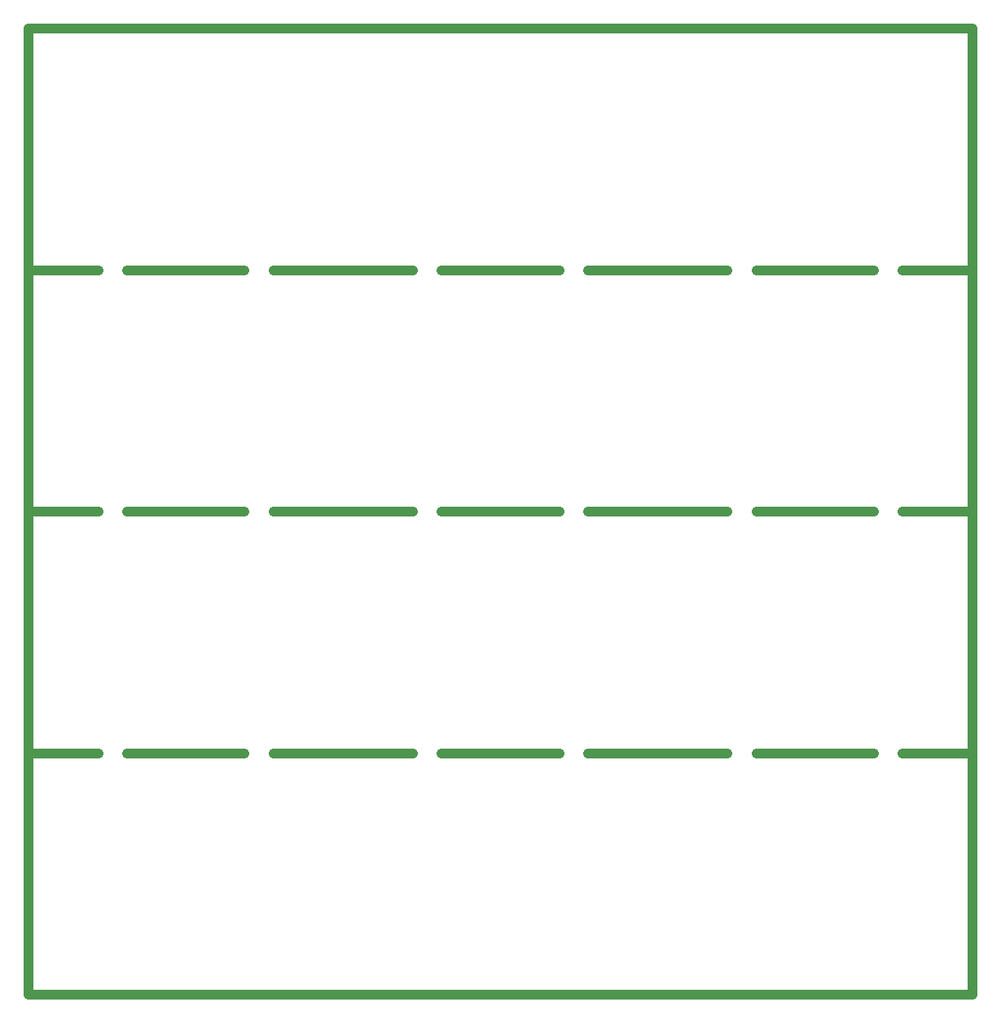
<source format=gbr>
G04 (created by PCBNEW (2013-04-01 BZR 4056)-testing) date Tue 02 Apr 2013 12:46:50 AM CEST*
%MOIN*%
G04 Gerber Fmt 3.4, Leading zero omitted, Abs format*
%FSLAX34Y34*%
G01*
G70*
G90*
G04 APERTURE LIST*
%ADD10C,0.006*%
%ADD11C,0.0393701*%
G04 APERTURE END LIST*
G54D10*
G54D11*
X29547Y-32578D02*
X34350Y-32578D01*
X35531Y-32578D02*
X41240Y-32578D01*
X42421Y-32578D02*
X47224Y-32578D01*
X48405Y-32578D02*
X54114Y-32578D01*
X55295Y-32578D02*
X60098Y-32578D01*
X61279Y-32578D02*
X64133Y-32578D01*
X28366Y-32578D02*
X25511Y-32578D01*
X28366Y-42460D02*
X25511Y-42460D01*
X55295Y-42460D02*
X60098Y-42460D01*
X48405Y-42460D02*
X54114Y-42460D01*
X42421Y-42460D02*
X47224Y-42460D01*
X35531Y-42460D02*
X41240Y-42460D01*
X29547Y-42460D02*
X34350Y-42460D01*
X61279Y-42460D02*
X64133Y-42460D01*
X61279Y-52342D02*
X64133Y-52342D01*
X29547Y-52342D02*
X34350Y-52342D01*
X35531Y-52342D02*
X41240Y-52342D01*
X42421Y-52342D02*
X47224Y-52342D01*
X48405Y-52342D02*
X54114Y-52342D01*
X55295Y-52342D02*
X60098Y-52342D01*
X28366Y-52342D02*
X25511Y-52342D01*
X64133Y-22696D02*
X64133Y-62224D01*
X64133Y-62224D02*
X25511Y-62224D01*
X25511Y-62224D02*
X25511Y-22696D01*
X25511Y-22696D02*
X64133Y-22696D01*
X54114Y-52342D02*
X54114Y-52342D01*
X55295Y-52342D02*
X55295Y-52342D01*
X60098Y-52342D02*
X60098Y-52342D01*
X61279Y-52342D02*
X61279Y-52342D01*
X60098Y-32578D02*
X60098Y-32578D01*
X61279Y-32578D02*
X61279Y-32578D01*
X54114Y-32578D02*
X54114Y-32578D01*
X55295Y-32578D02*
X55295Y-32578D01*
X54114Y-42460D02*
X54114Y-42460D01*
X55295Y-42460D02*
X55295Y-42460D01*
X60098Y-42460D02*
X60098Y-42460D01*
X61279Y-42460D02*
X61279Y-42460D01*
X28366Y-52342D02*
X28366Y-52342D01*
X29547Y-52342D02*
X29547Y-52342D01*
X34350Y-52342D02*
X34350Y-52342D01*
X35531Y-52342D02*
X35531Y-52342D01*
X34350Y-32578D02*
X34350Y-32578D01*
X35531Y-32578D02*
X35531Y-32578D01*
X28366Y-32578D02*
X28366Y-32578D01*
X29547Y-32578D02*
X29547Y-32578D01*
X28366Y-42460D02*
X28366Y-42460D01*
X29547Y-42460D02*
X29547Y-42460D01*
X34350Y-42460D02*
X34350Y-42460D01*
X35531Y-42460D02*
X35531Y-42460D01*
X47224Y-42460D02*
X47224Y-42460D01*
X48405Y-42460D02*
X48405Y-42460D01*
X41240Y-42460D02*
X41240Y-42460D01*
X42421Y-42460D02*
X42421Y-42460D01*
X41240Y-32578D02*
X41240Y-32578D01*
X42421Y-32578D02*
X42421Y-32578D01*
X47224Y-32578D02*
X47224Y-32578D01*
X48405Y-32578D02*
X48405Y-32578D01*
X47224Y-52342D02*
X47224Y-52342D01*
X48405Y-52342D02*
X48405Y-52342D01*
X41240Y-52342D02*
X41240Y-52342D01*
X42421Y-52342D02*
X42421Y-52342D01*
M02*

</source>
